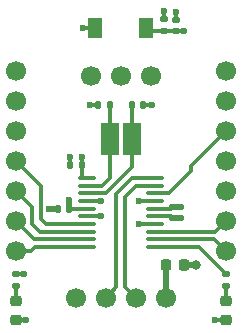
<source format=gbr>
%TF.GenerationSoftware,KiCad,Pcbnew,9.0.5*%
%TF.CreationDate,2025-12-03T12:23:34+01:00*%
%TF.ProjectId,stm32f030f4p6-board,73746d33-3266-4303-9330-663470362d62,rev?*%
%TF.SameCoordinates,Original*%
%TF.FileFunction,Copper,L1,Top*%
%TF.FilePolarity,Positive*%
%FSLAX46Y46*%
G04 Gerber Fmt 4.6, Leading zero omitted, Abs format (unit mm)*
G04 Created by KiCad (PCBNEW 9.0.5) date 2025-12-03 12:23:34*
%MOMM*%
%LPD*%
G01*
G04 APERTURE LIST*
G04 Aperture macros list*
%AMRoundRect*
0 Rectangle with rounded corners*
0 $1 Rounding radius*
0 $2 $3 $4 $5 $6 $7 $8 $9 X,Y pos of 4 corners*
0 Add a 4 corners polygon primitive as box body*
4,1,4,$2,$3,$4,$5,$6,$7,$8,$9,$2,$3,0*
0 Add four circle primitives for the rounded corners*
1,1,$1+$1,$2,$3*
1,1,$1+$1,$4,$5*
1,1,$1+$1,$6,$7*
1,1,$1+$1,$8,$9*
0 Add four rect primitives between the rounded corners*
20,1,$1+$1,$2,$3,$4,$5,0*
20,1,$1+$1,$4,$5,$6,$7,0*
20,1,$1+$1,$6,$7,$8,$9,0*
20,1,$1+$1,$8,$9,$2,$3,0*%
G04 Aperture macros list end*
%TA.AperFunction,SMDPad,CuDef*%
%ADD10RoundRect,0.135000X-0.185000X0.135000X-0.185000X-0.135000X0.185000X-0.135000X0.185000X0.135000X0*%
%TD*%
%TA.AperFunction,SMDPad,CuDef*%
%ADD11RoundRect,0.100000X-0.637500X-0.100000X0.637500X-0.100000X0.637500X0.100000X-0.637500X0.100000X0*%
%TD*%
%TA.AperFunction,SMDPad,CuDef*%
%ADD12RoundRect,0.140000X0.140000X0.170000X-0.140000X0.170000X-0.140000X-0.170000X0.140000X-0.170000X0*%
%TD*%
%TA.AperFunction,SMDPad,CuDef*%
%ADD13RoundRect,0.140000X-0.140000X-0.170000X0.140000X-0.170000X0.140000X0.170000X-0.140000X0.170000X0*%
%TD*%
%TA.AperFunction,SMDPad,CuDef*%
%ADD14RoundRect,0.140000X0.170000X-0.140000X0.170000X0.140000X-0.170000X0.140000X-0.170000X-0.140000X0*%
%TD*%
%TA.AperFunction,SMDPad,CuDef*%
%ADD15RoundRect,0.140000X-0.170000X0.140000X-0.170000X-0.140000X0.170000X-0.140000X0.170000X0.140000X0*%
%TD*%
%TA.AperFunction,SMDPad,CuDef*%
%ADD16R,1.300000X1.700000*%
%TD*%
%TA.AperFunction,ComponentPad*%
%ADD17C,1.700000*%
%TD*%
%TA.AperFunction,SMDPad,CuDef*%
%ADD18RoundRect,0.218750X0.256250X-0.218750X0.256250X0.218750X-0.256250X0.218750X-0.256250X-0.218750X0*%
%TD*%
%TA.AperFunction,SMDPad,CuDef*%
%ADD19R,1.500000X2.700000*%
%TD*%
%TA.AperFunction,SMDPad,CuDef*%
%ADD20RoundRect,0.135000X-0.135000X-0.185000X0.135000X-0.185000X0.135000X0.185000X-0.135000X0.185000X0*%
%TD*%
%TA.AperFunction,SMDPad,CuDef*%
%ADD21RoundRect,0.225000X-0.225000X-0.250000X0.225000X-0.250000X0.225000X0.250000X-0.225000X0.250000X0*%
%TD*%
%TA.AperFunction,ViaPad*%
%ADD22C,0.600000*%
%TD*%
%TA.AperFunction,ViaPad*%
%ADD23C,0.800000*%
%TD*%
%TA.AperFunction,Conductor*%
%ADD24C,0.300000*%
%TD*%
%TA.AperFunction,Conductor*%
%ADD25C,0.500000*%
%TD*%
G04 APERTURE END LIST*
D10*
%TO.P,R3,1*%
%TO.N,+3.3V*%
X100514000Y-52644000D03*
%TO.P,R3,2*%
%TO.N,/nrst*%
X100514000Y-53664000D03*
%TD*%
D11*
%TO.P,U1,1,BOOT0*%
%TO.N,/boot0*%
X94027500Y-66081000D03*
%TO.P,U1,2,PF0*%
%TO.N,Net-(U1-PF0)*%
X94027500Y-66731000D03*
%TO.P,U1,3,PF1*%
%TO.N,Net-(U1-PF1)*%
X94027500Y-67381000D03*
%TO.P,U1,4,NRST*%
%TO.N,/nrst*%
X94027500Y-68031000D03*
%TO.P,U1,5,VDDA*%
%TO.N,+3.3V*%
X94027500Y-68681000D03*
%TO.P,U1,6,PA0*%
%TO.N,/PA0*%
X94027500Y-69331000D03*
%TO.P,U1,7,PA1*%
%TO.N,/PA1*%
X94027500Y-69981000D03*
%TO.P,U1,8,PA2*%
%TO.N,/PA2*%
X94027500Y-70631000D03*
%TO.P,U1,9,PA3*%
%TO.N,/PA3*%
X94027500Y-71281000D03*
%TO.P,U1,10,PA4*%
%TO.N,/PA4*%
X94027500Y-71931000D03*
%TO.P,U1,11,PA5*%
%TO.N,/PA5*%
X99752500Y-71931000D03*
%TO.P,U1,12,PA6*%
%TO.N,/PA6*%
X99752500Y-71281000D03*
%TO.P,U1,13,PA7*%
%TO.N,/PA7*%
X99752500Y-70631000D03*
%TO.P,U1,14,PB1*%
%TO.N,/PB1*%
X99752500Y-69981000D03*
%TO.P,U1,15,VSS*%
%TO.N,GND*%
X99752500Y-69331000D03*
%TO.P,U1,16,VDD*%
%TO.N,+3.3V*%
X99752500Y-68681000D03*
%TO.P,U1,17,PA9*%
%TO.N,/PA9*%
X99752500Y-68031000D03*
%TO.P,U1,18,PA10*%
%TO.N,/PA10*%
X99752500Y-67381000D03*
%TO.P,U1,19,PA13*%
%TO.N,/SWDIO*%
X99752500Y-66731000D03*
%TO.P,U1,20,PA14*%
%TO.N,/SWCLK*%
X99752500Y-66081000D03*
%TD*%
D12*
%TO.P,C4,1*%
%TO.N,+3.3V*%
X92499000Y-68681000D03*
%TO.P,C4,2*%
%TO.N,GND*%
X91539000Y-68681000D03*
%TD*%
%TO.P,C2,1*%
%TO.N,GND*%
X98800000Y-59900000D03*
%TO.P,C2,2*%
%TO.N,Net-(U1-PF1)*%
X97840000Y-59900000D03*
%TD*%
D13*
%TO.P,C1,1*%
%TO.N,GND*%
X94980000Y-59900000D03*
%TO.P,C1,2*%
%TO.N,Net-(U1-PF0)*%
X95940000Y-59900000D03*
%TD*%
D14*
%TO.P,C6,1*%
%TO.N,/nrst*%
X101582000Y-53664000D03*
%TO.P,C6,2*%
%TO.N,GND*%
X101582000Y-52704000D03*
%TD*%
D15*
%TO.P,C3,1*%
%TO.N,+3.3V*%
X101298000Y-68526000D03*
%TO.P,C3,2*%
%TO.N,GND*%
X101298000Y-69486000D03*
%TD*%
D16*
%TO.P,SW1,1,1*%
%TO.N,GND*%
X94731000Y-53393000D03*
%TO.P,SW1,2,2*%
%TO.N,/nrst*%
X99049000Y-53393000D03*
%TD*%
D17*
%TO.P,J2,1,Pin_1*%
%TO.N,+3.3V*%
X99430000Y-57429000D03*
%TO.P,J2,2,Pin_2*%
%TO.N,/boot0*%
X96890000Y-57429000D03*
%TO.P,J2,3,Pin_3*%
%TO.N,unconnected-(J2-Pin_3-Pad3)*%
X94350000Y-57429000D03*
%TD*%
D10*
%TO.P,R4,1*%
%TO.N,+3.3V*%
X88000000Y-74222000D03*
%TO.P,R4,2*%
%TO.N,Net-(D1-A)*%
X88000000Y-75242000D03*
%TD*%
D17*
%TO.P,J1,1,Pin_1*%
%TO.N,+3.3V*%
X100700000Y-76252000D03*
%TO.P,J1,2,Pin_2*%
%TO.N,/SWDIO*%
X98160000Y-76252000D03*
%TO.P,J1,3,Pin_3*%
%TO.N,/SWCLK*%
X95620000Y-76252000D03*
%TO.P,J1,4,Pin_4*%
%TO.N,GND*%
X93080000Y-76252000D03*
%TD*%
D10*
%TO.P,R5,1*%
%TO.N,/PA5*%
X105776000Y-74222000D03*
%TO.P,R5,2*%
%TO.N,Net-(D2-A)*%
X105776000Y-75242000D03*
%TD*%
D18*
%TO.P,D2,1,K*%
%TO.N,GND*%
X105780000Y-78098000D03*
%TO.P,D2,2,A*%
%TO.N,Net-(D2-A)*%
X105780000Y-76523000D03*
%TD*%
D19*
%TO.P,Y1,1,1*%
%TO.N,Net-(U1-PF1)*%
X97840000Y-62798000D03*
%TO.P,Y1,2,2*%
%TO.N,Net-(U1-PF0)*%
X95940000Y-62798000D03*
%TD*%
D20*
%TO.P,R1,1*%
%TO.N,GND*%
X92560000Y-65007000D03*
%TO.P,R1,2*%
%TO.N,/boot0*%
X93580000Y-65007000D03*
%TD*%
D21*
%TO.P,C5,1*%
%TO.N,+3.3V*%
X100700000Y-73452000D03*
%TO.P,C5,2*%
%TO.N,GND*%
X102250000Y-73452000D03*
%TD*%
D18*
%TO.P,D1,1,K*%
%TO.N,GND*%
X88000000Y-78098000D03*
%TO.P,D1,2,A*%
%TO.N,Net-(D1-A)*%
X88000000Y-76523000D03*
%TD*%
D17*
%TO.P,J3,1,Pin_1*%
%TO.N,+3.3V*%
X105780000Y-57000000D03*
%TO.P,J3,2,Pin_2*%
%TO.N,GND*%
X105780000Y-59540000D03*
%TO.P,J3,3,Pin_3*%
%TO.N,/PA10*%
X105780000Y-62080000D03*
%TO.P,J3,4,Pin_4*%
%TO.N,/PA9*%
X105780000Y-64620000D03*
%TO.P,J3,5,Pin_5*%
%TO.N,/PB1*%
X105780000Y-67160000D03*
%TO.P,J3,6,Pin_6*%
%TO.N,/PA7*%
X105780000Y-69700000D03*
%TO.P,J3,7,Pin_7*%
%TO.N,/PA6*%
X105780000Y-72240000D03*
%TD*%
%TO.P,J5,1,Pin_1*%
%TO.N,+3.3V*%
X88000000Y-57000000D03*
%TO.P,J5,2,Pin_2*%
%TO.N,GND*%
X88000000Y-59540000D03*
%TO.P,J5,3,Pin_3*%
%TO.N,/PA0*%
X88000000Y-62080000D03*
%TO.P,J5,4,Pin_4*%
%TO.N,/PA1*%
X88000000Y-64620000D03*
%TO.P,J5,5,Pin_5*%
%TO.N,/PA2*%
X88000000Y-67160000D03*
%TO.P,J5,6,Pin_6*%
%TO.N,/PA3*%
X88000000Y-69700000D03*
%TO.P,J5,7,Pin_7*%
%TO.N,/PA4*%
X88000000Y-72240000D03*
%TD*%
D22*
%TO.N,GND*%
X99500000Y-59900000D03*
X104880000Y-78098000D03*
D23*
X103250000Y-73452000D03*
D22*
X93731000Y-53393000D03*
X88900000Y-78098000D03*
X92560000Y-64307000D03*
X90839000Y-68681000D03*
X94280000Y-59900000D03*
X101582000Y-52004000D03*
X101998000Y-69486000D03*
%TO.N,+3.3V*%
X92499000Y-67981000D03*
X101998000Y-68526000D03*
X88700000Y-74222000D03*
X100514000Y-51944000D03*
%TO.N,/nrst*%
X95194000Y-68031000D03*
X102282000Y-53664000D03*
%TO.N,/boot0*%
X93580000Y-64307000D03*
%TO.N,/PA0*%
X95194000Y-69331000D03*
%TO.N,/PB1*%
X98442000Y-69981000D03*
%TO.N,/PA9*%
X98442000Y-68031000D03*
%TD*%
D24*
%TO.N,Net-(U1-PF0)*%
X95940000Y-62798000D02*
X95940000Y-59900000D01*
X95940000Y-66118000D02*
X95327000Y-66731000D01*
X95940000Y-62798000D02*
X95940000Y-66118000D01*
X95327000Y-66731000D02*
X94027500Y-66731000D01*
%TO.N,GND*%
X101582000Y-52704000D02*
X101582000Y-52004000D01*
D25*
X103250000Y-73452000D02*
X102250000Y-73452000D01*
X90839000Y-68681000D02*
X91539000Y-68681000D01*
D24*
X105780000Y-78098000D02*
X104880000Y-78098000D01*
X94280000Y-59900000D02*
X94980000Y-59900000D01*
X93731000Y-53393000D02*
X94731000Y-53393000D01*
X98800000Y-59900000D02*
X99500000Y-59900000D01*
X101143000Y-69331000D02*
X101298000Y-69486000D01*
X99752500Y-69331000D02*
X101143000Y-69331000D01*
D25*
X101998000Y-69486000D02*
X101298000Y-69486000D01*
D24*
X88000000Y-78098000D02*
X88900000Y-78098000D01*
X92560000Y-65007000D02*
X92560000Y-64307000D01*
%TO.N,Net-(U1-PF1)*%
X94027500Y-67381000D02*
X95601000Y-67381000D01*
X97840000Y-65142000D02*
X97840000Y-62798000D01*
X95601000Y-67381000D02*
X97840000Y-65142000D01*
X97840000Y-59900000D02*
X97840000Y-62798000D01*
%TO.N,+3.3V*%
X101143000Y-68681000D02*
X101298000Y-68526000D01*
X99752500Y-68681000D02*
X101143000Y-68681000D01*
X94027500Y-68681000D02*
X92499000Y-68681000D01*
D25*
X100700000Y-76252000D02*
X100700000Y-73452000D01*
X101998000Y-68526000D02*
X101298000Y-68526000D01*
X92499000Y-67981000D02*
X92499000Y-68681000D01*
D24*
X88700000Y-74222000D02*
X88000000Y-74222000D01*
X100514000Y-51944000D02*
X100514000Y-52644000D01*
%TO.N,/nrst*%
X102282000Y-53664000D02*
X101582000Y-53664000D01*
X95194000Y-68031000D02*
X94027500Y-68031000D01*
X99320000Y-53664000D02*
X99049000Y-53393000D01*
X100514000Y-53664000D02*
X99320000Y-53664000D01*
X100514000Y-53664000D02*
X101582000Y-53664000D01*
%TO.N,Net-(D1-A)*%
X88000000Y-75242000D02*
X88000000Y-76523000D01*
%TO.N,Net-(D2-A)*%
X105776000Y-75242000D02*
X105776000Y-76519000D01*
X105776000Y-76519000D02*
X105780000Y-76523000D01*
%TO.N,/boot0*%
X93580000Y-64307000D02*
X93580000Y-65007000D01*
X93580000Y-65007000D02*
X93580000Y-66081000D01*
X93580000Y-66081000D02*
X94027500Y-66081000D01*
%TO.N,/PA0*%
X94027500Y-69331000D02*
X95194000Y-69331000D01*
%TO.N,/PA1*%
X94027500Y-69981000D02*
X90551000Y-69981000D01*
X90137000Y-69567000D02*
X90137000Y-66757000D01*
X90137000Y-66757000D02*
X88000000Y-64620000D01*
X90551000Y-69981000D02*
X90137000Y-69567000D01*
%TO.N,/PA3*%
X94027500Y-71281000D02*
X89581000Y-71281000D01*
X89581000Y-71281000D02*
X88000000Y-69700000D01*
%TO.N,/PA4*%
X89294000Y-72240000D02*
X88000000Y-72240000D01*
X89603000Y-71931000D02*
X89294000Y-72240000D01*
X94027500Y-71931000D02*
X89603000Y-71931000D01*
%TO.N,/PB1*%
X99752500Y-69981000D02*
X98442000Y-69981000D01*
%TO.N,/SWCLK*%
X97848000Y-66081000D02*
X99752500Y-66081000D01*
X95620000Y-76252000D02*
X96526000Y-75346000D01*
X96526000Y-67403000D02*
X97848000Y-66081000D01*
X96526000Y-75346000D02*
X96526000Y-67403000D01*
%TO.N,/PA6*%
X99752500Y-71281000D02*
X104821000Y-71281000D01*
X104821000Y-71281000D02*
X105780000Y-72240000D01*
%TO.N,/PA9*%
X99752500Y-68031000D02*
X98442000Y-68031000D01*
%TO.N,/PA7*%
X104849000Y-70631000D02*
X105780000Y-69700000D01*
X99752500Y-70631000D02*
X104849000Y-70631000D01*
%TO.N,/SWDIO*%
X97209000Y-67701000D02*
X98179000Y-66731000D01*
X98179000Y-66731000D02*
X99752500Y-66731000D01*
X98160000Y-76252000D02*
X97209000Y-75301000D01*
X97209000Y-75301000D02*
X97209000Y-67701000D01*
%TO.N,/PA2*%
X94027500Y-70631000D02*
X90072000Y-70631000D01*
X89390000Y-69949000D02*
X89390000Y-68550000D01*
X90072000Y-70631000D02*
X89390000Y-69949000D01*
X89390000Y-68550000D02*
X88000000Y-67160000D01*
%TO.N,/PA5*%
X103485000Y-71931000D02*
X105776000Y-74222000D01*
X99752500Y-71931000D02*
X103485000Y-71931000D01*
%TO.N,/PA10*%
X100937000Y-67381000D02*
X102804000Y-65514000D01*
X102804000Y-65056000D02*
X105780000Y-62080000D01*
X102804000Y-65514000D02*
X102804000Y-65056000D01*
X99752500Y-67381000D02*
X100937000Y-67381000D01*
%TD*%
M02*

</source>
